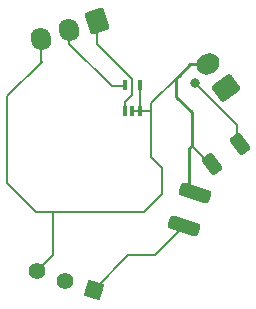
<source format=gbr>
%TF.GenerationSoftware,KiCad,Pcbnew,(6.0.8-1)-1*%
%TF.CreationDate,2022-11-30T21:42:07-05:00*%
%TF.ProjectId,Untitled,556e7469-746c-4656-942e-6b696361645f,rev?*%
%TF.SameCoordinates,Original*%
%TF.FileFunction,Copper,L2,Bot*%
%TF.FilePolarity,Positive*%
%FSLAX46Y46*%
G04 Gerber Fmt 4.6, Leading zero omitted, Abs format (unit mm)*
G04 Created by KiCad (PCBNEW (6.0.8-1)-1) date 2022-11-30 21:42:07*
%MOMM*%
%LPD*%
G01*
G04 APERTURE LIST*
G04 Aperture macros list*
%AMRoundRect*
0 Rectangle with rounded corners*
0 $1 Rounding radius*
0 $2 $3 $4 $5 $6 $7 $8 $9 X,Y pos of 4 corners*
0 Add a 4 corners polygon primitive as box body*
4,1,4,$2,$3,$4,$5,$6,$7,$8,$9,$2,$3,0*
0 Add four circle primitives for the rounded corners*
1,1,$1+$1,$2,$3*
1,1,$1+$1,$4,$5*
1,1,$1+$1,$6,$7*
1,1,$1+$1,$8,$9*
0 Add four rect primitives between the rounded corners*
20,1,$1+$1,$2,$3,$4,$5,0*
20,1,$1+$1,$4,$5,$6,$7,0*
20,1,$1+$1,$6,$7,$8,$9,0*
20,1,$1+$1,$8,$9,$2,$3,0*%
%AMHorizOval*
0 Thick line with rounded ends*
0 $1 width*
0 $2 $3 position (X,Y) of the first rounded end (center of the circle)*
0 $4 $5 position (X,Y) of the second rounded end (center of the circle)*
0 Add line between two ends*
20,1,$1,$2,$3,$4,$5,0*
0 Add two circle primitives to create the rounded ends*
1,1,$1,$2,$3*
1,1,$1,$4,$5*%
%AMRotRect*
0 Rectangle, with rotation*
0 The origin of the aperture is its center*
0 $1 length*
0 $2 width*
0 $3 Rotation angle, in degrees counterclockwise*
0 Add horizontal line*
21,1,$1,$2,0,0,$3*%
G04 Aperture macros list end*
%TA.AperFunction,SMDPad,CuDef*%
%ADD10RoundRect,0.087500X0.087500X0.337500X-0.087500X0.337500X-0.087500X-0.337500X0.087500X-0.337500X0*%
%TD*%
%TA.AperFunction,ComponentPad*%
%ADD11RoundRect,0.250000X0.346597X0.874926X-0.794671X0.504106X-0.346597X-0.874926X0.794671X-0.504106X0*%
%TD*%
%TA.AperFunction,ComponentPad*%
%ADD12HorizOval,1.700000X-0.038627X0.118882X0.038627X-0.118882X0*%
%TD*%
%TA.AperFunction,ComponentPad*%
%ADD13RotRect,1.397000X1.397000X162.000000*%
%TD*%
%TA.AperFunction,ComponentPad*%
%ADD14C,1.397000*%
%TD*%
%TA.AperFunction,SMDPad,CuDef*%
%ADD15RoundRect,0.250000X0.114548X-0.689319X0.620184X-0.321953X-0.114548X0.689319X-0.620184X0.321953X0*%
%TD*%
%TA.AperFunction,SMDPad,CuDef*%
%ADD16RoundRect,0.250000X0.945732X-0.649012X1.146593X-0.030825X-0.945732X0.649012X-1.146593X0.030825X0*%
%TD*%
%TA.AperFunction,ComponentPad*%
%ADD17RoundRect,0.250000X0.959434X-0.044571X0.254092X0.926249X-0.959434X0.044571X-0.254092X-0.926249X0*%
%TD*%
%TA.AperFunction,ComponentPad*%
%ADD18HorizOval,1.700000X0.121353X0.088168X-0.121353X-0.088168X0*%
%TD*%
%TA.AperFunction,ViaPad*%
%ADD19C,0.800000*%
%TD*%
%TA.AperFunction,Conductor*%
%ADD20C,0.200000*%
%TD*%
%TA.AperFunction,Conductor*%
%ADD21C,0.250000*%
%TD*%
G04 APERTURE END LIST*
D10*
%TO.P,REF\u002A\u002A,1*%
%TO.N,N/C*%
X105950000Y-54600000D03*
%TO.P,REF\u002A\u002A,2*%
X105300000Y-54600000D03*
%TO.P,REF\u002A\u002A,3*%
X104650000Y-54600000D03*
%TO.P,REF\u002A\u002A,4*%
X104650000Y-52400000D03*
%TO.P,REF\u002A\u002A,5*%
X105950000Y-52400000D03*
%TD*%
D11*
%TO.P,REF\u002A\u002A,1*%
%TO.N,N/C*%
X102300000Y-46928153D03*
D12*
%TO.P,REF\u002A\u002A,2*%
X99922359Y-47700695D03*
%TO.P,REF\u002A\u002A,3*%
X97544717Y-48473238D03*
%TD*%
D13*
%TO.P,REF\u002A\u002A,1*%
%TO.N,N/C*%
X102005167Y-69727811D03*
D14*
%TO.P,REF\u002A\u002A,2*%
X99589483Y-68942908D03*
%TO.P,REF\u002A\u002A,3*%
X97173800Y-68158005D03*
%TD*%
D15*
%TO.P,REF\u002A\u002A,1*%
%TO.N,N/C*%
X112016813Y-59059636D03*
%TO.P,REF\u002A\u002A,2*%
X114383187Y-57340364D03*
%TD*%
D16*
%TO.P,REF\u002A\u002A,1*%
%TO.N,N/C*%
X109644200Y-64302808D03*
%TO.P,REF\u002A\u002A,2*%
X110555800Y-61497192D03*
%TD*%
D17*
%TO.P,REF\u002A\u002A,1*%
%TO.N,N/C*%
X113200000Y-52600000D03*
D18*
%TO.P,REF\u002A\u002A,2*%
X111730537Y-50577458D03*
%TD*%
D19*
%TO.N,*%
X110600000Y-52200000D03*
%TD*%
D20*
%TO.N,*%
X104650000Y-54600000D02*
X104650000Y-53850000D01*
X104650000Y-53850000D02*
X105300000Y-53200000D01*
X102300000Y-48900000D02*
X102300000Y-46928153D01*
X105300000Y-53200000D02*
X105300000Y-51900000D01*
X105300000Y-51900000D02*
X102300000Y-48900000D01*
X99922359Y-47700695D02*
X99922359Y-48872359D01*
X99922359Y-48872359D02*
X103550000Y-52500000D01*
X103550000Y-52500000D02*
X104550000Y-52500000D01*
X104550000Y-52500000D02*
X104650000Y-52400000D01*
X106900000Y-54700000D02*
X106900000Y-54600000D01*
X106900000Y-54600000D02*
X106900000Y-53900000D01*
X105300000Y-54600000D02*
X106900000Y-54600000D01*
X105950000Y-54600000D02*
X105950000Y-52400000D01*
X103110000Y-63110000D02*
X106290000Y-63110000D01*
X106290000Y-63110000D02*
X107800000Y-61600000D01*
X107800000Y-61600000D02*
X107800000Y-59400000D01*
X107800000Y-59400000D02*
X106900000Y-58500000D01*
X106900000Y-58500000D02*
X106900000Y-54700000D01*
X102800000Y-47428153D02*
X102300000Y-46928153D01*
X97544717Y-50344717D02*
X97544717Y-48473238D01*
X98590000Y-63110000D02*
X97110000Y-63110000D01*
D21*
X110300000Y-57500000D02*
X110055800Y-57744200D01*
D20*
X97110000Y-63110000D02*
X94700000Y-60700000D01*
D21*
X109000000Y-53400000D02*
X109000000Y-51800000D01*
D20*
X110300000Y-57542823D02*
X111416813Y-58659636D01*
X103110000Y-63110000D02*
X98590000Y-63110000D01*
D21*
X110177458Y-50577458D02*
X111730537Y-50577458D01*
D20*
X95000000Y-61000000D02*
X94700000Y-60700000D01*
X98590000Y-66741805D02*
X98590000Y-63110000D01*
D21*
X110055800Y-57744200D02*
X110055800Y-60997192D01*
X109200000Y-51600000D02*
X110200000Y-50600000D01*
D20*
X94700000Y-53300000D02*
X97600000Y-50400000D01*
X102005167Y-69727811D02*
X104955591Y-66777387D01*
X107169621Y-66777387D02*
X109644200Y-64302808D01*
X114183187Y-55783187D02*
X114183187Y-57240364D01*
X110600000Y-52200000D02*
X114183187Y-55783187D01*
X94700000Y-60700000D02*
X94700000Y-53300000D01*
X97600000Y-50400000D02*
X97544717Y-50344717D01*
X109644200Y-64302808D02*
X109644200Y-64102808D01*
D21*
X110055800Y-60997192D02*
X110555800Y-61497192D01*
X110300000Y-57500000D02*
X110300000Y-54700000D01*
D20*
X97173800Y-68158005D02*
X98590000Y-66741805D01*
D21*
X110300000Y-54700000D02*
X109000000Y-53400000D01*
D20*
X106900000Y-53900000D02*
X109200000Y-51600000D01*
D21*
X109000000Y-51800000D02*
X109200000Y-51600000D01*
D20*
X104955591Y-66777387D02*
X107169621Y-66777387D01*
X110300000Y-57500000D02*
X110300000Y-57542823D01*
%TD*%
M02*

</source>
